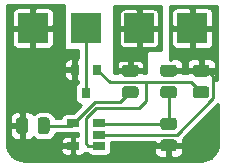
<source format=gbr>
%TF.GenerationSoftware,KiCad,Pcbnew,5.1.7*%
%TF.CreationDate,2020-10-23T20:44:08-04:00*%
%TF.ProjectId,18650_keep_alive,31383635-305f-46b6-9565-705f616c6976,rev?*%
%TF.SameCoordinates,PX84157a0PY3a699d0*%
%TF.FileFunction,Copper,L1,Top*%
%TF.FilePolarity,Positive*%
%FSLAX46Y46*%
G04 Gerber Fmt 4.6, Leading zero omitted, Abs format (unit mm)*
G04 Created by KiCad (PCBNEW 5.1.7) date 2020-10-23 20:44:08*
%MOMM*%
%LPD*%
G01*
G04 APERTURE LIST*
%TA.AperFunction,SMDPad,CuDef*%
%ADD10R,2.500000X2.500000*%
%TD*%
%TA.AperFunction,SMDPad,CuDef*%
%ADD11R,0.800000X0.900000*%
%TD*%
%TA.AperFunction,SMDPad,CuDef*%
%ADD12R,1.060000X0.650000*%
%TD*%
%TA.AperFunction,Conductor*%
%ADD13C,0.250000*%
%TD*%
%TA.AperFunction,Conductor*%
%ADD14C,0.254000*%
%TD*%
%TA.AperFunction,Conductor*%
%ADD15C,0.100000*%
%TD*%
G04 APERTURE END LIST*
D10*
%TO.P,J1,1*%
%TO.N,VCC*%
X-4750000Y-4500000D03*
%TD*%
%TO.P,J2,1*%
%TO.N,+5V*%
X-9250000Y-4500000D03*
%TD*%
%TO.P,J3,1*%
%TO.N,GND*%
X-18250000Y-4500000D03*
%TD*%
%TO.P,J4,1*%
%TO.N,Net-(J4-Pad1)*%
X-13750000Y-4500000D03*
%TD*%
D11*
%TO.P,Q1,1*%
%TO.N,Net-(Q1-Pad1)*%
X-12800000Y-8000000D03*
%TO.P,Q1,2*%
%TO.N,GND*%
X-14700000Y-8000000D03*
%TO.P,Q1,3*%
%TO.N,Net-(J4-Pad1)*%
X-13750000Y-10000000D03*
%TD*%
%TO.P,R1,2*%
%TO.N,VCC*%
%TA.AperFunction,SMDPad,CuDef*%
G36*
G01*
X-6299998Y-8600000D02*
X-7200002Y-8600000D01*
G75*
G02*
X-7450000Y-8350002I0J249998D01*
G01*
X-7450000Y-7824998D01*
G75*
G02*
X-7200002Y-7575000I249998J0D01*
G01*
X-6299998Y-7575000D01*
G75*
G02*
X-6050000Y-7824998I0J-249998D01*
G01*
X-6050000Y-8350002D01*
G75*
G02*
X-6299998Y-8600000I-249998J0D01*
G01*
G37*
%TD.AperFunction*%
%TO.P,R1,1*%
%TO.N,Net-(R1-Pad1)*%
%TA.AperFunction,SMDPad,CuDef*%
G36*
G01*
X-6299998Y-10425000D02*
X-7200002Y-10425000D01*
G75*
G02*
X-7450000Y-10175002I0J249998D01*
G01*
X-7450000Y-9649998D01*
G75*
G02*
X-7200002Y-9400000I249998J0D01*
G01*
X-6299998Y-9400000D01*
G75*
G02*
X-6050000Y-9649998I0J-249998D01*
G01*
X-6050000Y-10175002D01*
G75*
G02*
X-6299998Y-10425000I-249998J0D01*
G01*
G37*
%TD.AperFunction*%
%TD*%
%TO.P,R2,2*%
%TO.N,+5V*%
%TA.AperFunction,SMDPad,CuDef*%
G36*
G01*
X-9549998Y-8600000D02*
X-10450002Y-8600000D01*
G75*
G02*
X-10700000Y-8350002I0J249998D01*
G01*
X-10700000Y-7824998D01*
G75*
G02*
X-10450002Y-7575000I249998J0D01*
G01*
X-9549998Y-7575000D01*
G75*
G02*
X-9300000Y-7824998I0J-249998D01*
G01*
X-9300000Y-8350002D01*
G75*
G02*
X-9549998Y-8600000I-249998J0D01*
G01*
G37*
%TD.AperFunction*%
%TO.P,R2,1*%
%TO.N,Net-(R2-Pad1)*%
%TA.AperFunction,SMDPad,CuDef*%
G36*
G01*
X-9549998Y-10425000D02*
X-10450002Y-10425000D01*
G75*
G02*
X-10700000Y-10175002I0J249998D01*
G01*
X-10700000Y-9649998D01*
G75*
G02*
X-10450002Y-9400000I249998J0D01*
G01*
X-9549998Y-9400000D01*
G75*
G02*
X-9300000Y-9649998I0J-249998D01*
G01*
X-9300000Y-10175002D01*
G75*
G02*
X-9549998Y-10425000I-249998J0D01*
G01*
G37*
%TD.AperFunction*%
%TD*%
%TO.P,R3,1*%
%TO.N,Net-(R1-Pad1)*%
%TA.AperFunction,SMDPad,CuDef*%
G36*
G01*
X-7200002Y-12075000D02*
X-6299998Y-12075000D01*
G75*
G02*
X-6050000Y-12324998I0J-249998D01*
G01*
X-6050000Y-12850002D01*
G75*
G02*
X-6299998Y-13100000I-249998J0D01*
G01*
X-7200002Y-13100000D01*
G75*
G02*
X-7450000Y-12850002I0J249998D01*
G01*
X-7450000Y-12324998D01*
G75*
G02*
X-7200002Y-12075000I249998J0D01*
G01*
G37*
%TD.AperFunction*%
%TO.P,R3,2*%
%TO.N,GND*%
%TA.AperFunction,SMDPad,CuDef*%
G36*
G01*
X-7200002Y-13900000D02*
X-6299998Y-13900000D01*
G75*
G02*
X-6050000Y-14149998I0J-249998D01*
G01*
X-6050000Y-14675002D01*
G75*
G02*
X-6299998Y-14925000I-249998J0D01*
G01*
X-7200002Y-14925000D01*
G75*
G02*
X-7450000Y-14675002I0J249998D01*
G01*
X-7450000Y-14149998D01*
G75*
G02*
X-7200002Y-13900000I249998J0D01*
G01*
G37*
%TD.AperFunction*%
%TD*%
%TO.P,R4,1*%
%TO.N,Net-(R2-Pad1)*%
%TA.AperFunction,SMDPad,CuDef*%
G36*
G01*
X-16825000Y-12299998D02*
X-16825000Y-13200002D01*
G75*
G02*
X-17074998Y-13450000I-249998J0D01*
G01*
X-17600002Y-13450000D01*
G75*
G02*
X-17850000Y-13200002I0J249998D01*
G01*
X-17850000Y-12299998D01*
G75*
G02*
X-17600002Y-12050000I249998J0D01*
G01*
X-17074998Y-12050000D01*
G75*
G02*
X-16825000Y-12299998I0J-249998D01*
G01*
G37*
%TD.AperFunction*%
%TO.P,R4,2*%
%TO.N,GND*%
%TA.AperFunction,SMDPad,CuDef*%
G36*
G01*
X-18650000Y-12299998D02*
X-18650000Y-13200002D01*
G75*
G02*
X-18899998Y-13450000I-249998J0D01*
G01*
X-19425002Y-13450000D01*
G75*
G02*
X-19675000Y-13200002I0J249998D01*
G01*
X-19675000Y-12299998D01*
G75*
G02*
X-19425002Y-12050000I249998J0D01*
G01*
X-18899998Y-12050000D01*
G75*
G02*
X-18650000Y-12299998I0J-249998D01*
G01*
G37*
%TD.AperFunction*%
%TD*%
%TO.P,R5,1*%
%TO.N,VCC*%
%TA.AperFunction,SMDPad,CuDef*%
G36*
G01*
X-4450002Y-7575000D02*
X-3549998Y-7575000D01*
G75*
G02*
X-3300000Y-7824998I0J-249998D01*
G01*
X-3300000Y-8350002D01*
G75*
G02*
X-3549998Y-8600000I-249998J0D01*
G01*
X-4450002Y-8600000D01*
G75*
G02*
X-4700000Y-8350002I0J249998D01*
G01*
X-4700000Y-7824998D01*
G75*
G02*
X-4450002Y-7575000I249998J0D01*
G01*
G37*
%TD.AperFunction*%
%TO.P,R5,2*%
%TO.N,Net-(Q1-Pad1)*%
%TA.AperFunction,SMDPad,CuDef*%
G36*
G01*
X-4450002Y-9400000D02*
X-3549998Y-9400000D01*
G75*
G02*
X-3300000Y-9649998I0J-249998D01*
G01*
X-3300000Y-10175002D01*
G75*
G02*
X-3549998Y-10425000I-249998J0D01*
G01*
X-4450002Y-10425000D01*
G75*
G02*
X-4700000Y-10175002I0J249998D01*
G01*
X-4700000Y-9649998D01*
G75*
G02*
X-4450002Y-9400000I249998J0D01*
G01*
G37*
%TD.AperFunction*%
%TD*%
D12*
%TO.P,U1,1*%
%TO.N,Net-(Q1-Pad1)*%
X-12650000Y-14450000D03*
%TO.P,U1,2*%
%TO.N,VCC*%
X-12650000Y-13500000D03*
%TO.P,U1,3*%
%TO.N,Net-(R1-Pad1)*%
X-12650000Y-12550000D03*
%TO.P,U1,4*%
%TO.N,Net-(R2-Pad1)*%
X-14850000Y-12550000D03*
%TO.P,U1,5*%
%TO.N,GND*%
X-14850000Y-14450000D03*
%TD*%
D13*
%TO.N,VCC*%
X-2974990Y-10413180D02*
X-2974990Y-8525010D01*
X-6061810Y-13500000D02*
X-2974990Y-10413180D01*
X-12650000Y-13500000D02*
X-6061810Y-13500000D01*
X-2974990Y-8525010D02*
X-3500000Y-8000000D01*
X-3500000Y-8000000D02*
X-4000000Y-8000000D01*
%TO.N,Net-(J4-Pad1)*%
X-13750000Y-10000000D02*
X-13750000Y-4750000D01*
%TO.N,Net-(Q1-Pad1)*%
X-12800000Y-8000000D02*
X-11725010Y-9074990D01*
X-12650000Y-14450000D02*
X-13550000Y-14450000D01*
X-13550000Y-14450000D02*
X-13750000Y-14250000D01*
X-13750000Y-14250000D02*
X-13750000Y-12136410D01*
X-13750000Y-12136410D02*
X-12863590Y-11250000D01*
X-12863590Y-11250000D02*
X-9250000Y-11250000D01*
X-9250000Y-11250000D02*
X-8675010Y-10675010D01*
X-8675010Y-10675010D02*
X-8675010Y-9074990D01*
X-11725010Y-9074990D02*
X-8675010Y-9074990D01*
X-4837510Y-9074990D02*
X-8675010Y-9074990D01*
X-4000000Y-9912500D02*
X-4837510Y-9074990D01*
%TO.N,Net-(R1-Pad1)*%
X-6750000Y-12587500D02*
X-12412500Y-12587500D01*
X-6750000Y-12587500D02*
X-6750000Y-9750000D01*
%TO.N,Net-(R2-Pad1)*%
X-17337500Y-12750000D02*
X-15000000Y-12750000D01*
X-15000000Y-12750000D02*
X-14750000Y-12500000D01*
X-10862501Y-10775001D02*
X-13025001Y-10775001D01*
X-10000000Y-9912500D02*
X-10862501Y-10775001D01*
X-13025001Y-10775001D02*
X-14750000Y-12500000D01*
%TD*%
D14*
%TO.N,GND*%
X-15627000Y-6250000D02*
X-15624560Y-6274776D01*
X-15617333Y-6298601D01*
X-15605597Y-6320557D01*
X-15589803Y-6339803D01*
X-15570557Y-6355597D01*
X-15548601Y-6367333D01*
X-15524776Y-6374560D01*
X-15500000Y-6377000D01*
X-14401999Y-6377000D01*
X-14401999Y-7022241D01*
X-14445250Y-7023000D01*
X-14577000Y-7154750D01*
X-14577000Y-7877000D01*
X-14557000Y-7877000D01*
X-14557000Y-8123000D01*
X-14577000Y-8123000D01*
X-14577000Y-8845250D01*
X-14445250Y-8977000D01*
X-14402000Y-8977759D01*
X-14402000Y-9087139D01*
X-14444202Y-9109696D01*
X-14524448Y-9175552D01*
X-14590304Y-9255798D01*
X-14639239Y-9347350D01*
X-14669374Y-9446690D01*
X-14679549Y-9550000D01*
X-14679549Y-10450000D01*
X-14669374Y-10553310D01*
X-14639239Y-10652650D01*
X-14590304Y-10744202D01*
X-14524448Y-10824448D01*
X-14444202Y-10890304D01*
X-14352650Y-10939239D01*
X-14253310Y-10969374D01*
X-14151471Y-10979404D01*
X-14867517Y-11695451D01*
X-15380000Y-11695451D01*
X-15483310Y-11705626D01*
X-15582650Y-11735761D01*
X-15674202Y-11784696D01*
X-15754448Y-11850552D01*
X-15820304Y-11930798D01*
X-15869239Y-12022350D01*
X-15892188Y-12098000D01*
X-16325572Y-12098000D01*
X-16354790Y-12001678D01*
X-16426828Y-11866905D01*
X-16523775Y-11748775D01*
X-16641905Y-11651828D01*
X-16776678Y-11579790D01*
X-16922916Y-11535430D01*
X-17074998Y-11520451D01*
X-17600002Y-11520451D01*
X-17752084Y-11535430D01*
X-17898322Y-11579790D01*
X-18033095Y-11651828D01*
X-18151225Y-11748775D01*
X-18188907Y-11794690D01*
X-18209695Y-11755798D01*
X-18275552Y-11675552D01*
X-18355798Y-11609695D01*
X-18447350Y-11560760D01*
X-18546690Y-11530625D01*
X-18650000Y-11520450D01*
X-18907750Y-11523000D01*
X-19039500Y-11654750D01*
X-19039500Y-12627000D01*
X-19019500Y-12627000D01*
X-19019500Y-12873000D01*
X-19039500Y-12873000D01*
X-19039500Y-13845250D01*
X-18907750Y-13977000D01*
X-18650000Y-13979550D01*
X-18546690Y-13969375D01*
X-18447350Y-13939240D01*
X-18355798Y-13890305D01*
X-18275552Y-13824448D01*
X-18209695Y-13744202D01*
X-18188907Y-13705310D01*
X-18151225Y-13751225D01*
X-18033095Y-13848172D01*
X-17898322Y-13920210D01*
X-17752084Y-13964570D01*
X-17600002Y-13979549D01*
X-17074998Y-13979549D01*
X-16922916Y-13964570D01*
X-16776678Y-13920210D01*
X-16641905Y-13848172D01*
X-16523775Y-13751225D01*
X-16426828Y-13633095D01*
X-16354790Y-13498322D01*
X-16325572Y-13402000D01*
X-15405881Y-13402000D01*
X-15380000Y-13404549D01*
X-15006142Y-13404549D01*
X-15000000Y-13405154D01*
X-14993858Y-13404549D01*
X-14402000Y-13404549D01*
X-14402000Y-13596210D01*
X-14595250Y-13598000D01*
X-14727000Y-13729750D01*
X-14727000Y-14327000D01*
X-14707000Y-14327000D01*
X-14707000Y-14573000D01*
X-14727000Y-14573000D01*
X-14727000Y-15170250D01*
X-14595250Y-15302000D01*
X-14320000Y-15304550D01*
X-14216690Y-15294375D01*
X-14117350Y-15264240D01*
X-14025798Y-15215305D01*
X-13945552Y-15149448D01*
X-13879695Y-15069202D01*
X-13856359Y-15025542D01*
X-13800717Y-15055283D01*
X-13719483Y-15079925D01*
X-13677815Y-15092565D01*
X-13594387Y-15100782D01*
X-13554448Y-15149448D01*
X-13474202Y-15215304D01*
X-13382650Y-15264239D01*
X-13283310Y-15294374D01*
X-13180000Y-15304549D01*
X-12120000Y-15304549D01*
X-12016690Y-15294374D01*
X-11917350Y-15264239D01*
X-11825798Y-15215304D01*
X-11745552Y-15149448D01*
X-11679696Y-15069202D01*
X-11630761Y-14977650D01*
X-11614790Y-14925000D01*
X-7979550Y-14925000D01*
X-7969375Y-15028310D01*
X-7939240Y-15127650D01*
X-7890305Y-15219202D01*
X-7824448Y-15299448D01*
X-7744202Y-15365305D01*
X-7652650Y-15414240D01*
X-7553310Y-15444375D01*
X-7450000Y-15454550D01*
X-7004750Y-15452000D01*
X-6873000Y-15320250D01*
X-6873000Y-14535500D01*
X-6627000Y-14535500D01*
X-6627000Y-15320250D01*
X-6495250Y-15452000D01*
X-6050000Y-15454550D01*
X-5946690Y-15444375D01*
X-5847350Y-15414240D01*
X-5755798Y-15365305D01*
X-5675552Y-15299448D01*
X-5609695Y-15219202D01*
X-5560760Y-15127650D01*
X-5530625Y-15028310D01*
X-5520450Y-14925000D01*
X-5523000Y-14667250D01*
X-5654750Y-14535500D01*
X-6627000Y-14535500D01*
X-6873000Y-14535500D01*
X-7845250Y-14535500D01*
X-7977000Y-14667250D01*
X-7979550Y-14925000D01*
X-11614790Y-14925000D01*
X-11600626Y-14878310D01*
X-11590451Y-14775000D01*
X-11590451Y-14152000D01*
X-7977057Y-14152000D01*
X-7977000Y-14157750D01*
X-7845250Y-14289500D01*
X-6873000Y-14289500D01*
X-6873000Y-14269500D01*
X-6627000Y-14269500D01*
X-6627000Y-14289500D01*
X-5654750Y-14289500D01*
X-5523000Y-14157750D01*
X-5520450Y-13900000D01*
X-5522180Y-13882436D01*
X-2551999Y-10912256D01*
X-2551999Y-14222997D01*
X-2582173Y-14530733D01*
X-2663703Y-14800778D01*
X-2796137Y-15049848D01*
X-2974418Y-15268442D01*
X-3191772Y-15448254D01*
X-3439900Y-15582416D01*
X-3709374Y-15665832D01*
X-4015432Y-15698000D01*
X-18973008Y-15698000D01*
X-19280733Y-15667827D01*
X-19550778Y-15586297D01*
X-19799848Y-15453863D01*
X-20018442Y-15275582D01*
X-20198254Y-15058228D01*
X-20332416Y-14810100D01*
X-20343281Y-14775000D01*
X-15909550Y-14775000D01*
X-15899375Y-14878310D01*
X-15869240Y-14977650D01*
X-15820305Y-15069202D01*
X-15754448Y-15149448D01*
X-15674202Y-15215305D01*
X-15582650Y-15264240D01*
X-15483310Y-15294375D01*
X-15380000Y-15304550D01*
X-15104750Y-15302000D01*
X-14973000Y-15170250D01*
X-14973000Y-14573000D01*
X-15775250Y-14573000D01*
X-15907000Y-14704750D01*
X-15909550Y-14775000D01*
X-20343281Y-14775000D01*
X-20415832Y-14540626D01*
X-20448000Y-14234568D01*
X-20448000Y-14125000D01*
X-15909550Y-14125000D01*
X-15907000Y-14195250D01*
X-15775250Y-14327000D01*
X-14973000Y-14327000D01*
X-14973000Y-13729750D01*
X-15104750Y-13598000D01*
X-15380000Y-13595450D01*
X-15483310Y-13605625D01*
X-15582650Y-13635760D01*
X-15674202Y-13684695D01*
X-15754448Y-13750552D01*
X-15820305Y-13830798D01*
X-15869240Y-13922350D01*
X-15899375Y-14021690D01*
X-15909550Y-14125000D01*
X-20448000Y-14125000D01*
X-20448000Y-13450000D01*
X-20204550Y-13450000D01*
X-20194375Y-13553310D01*
X-20164240Y-13652650D01*
X-20115305Y-13744202D01*
X-20049448Y-13824448D01*
X-19969202Y-13890305D01*
X-19877650Y-13939240D01*
X-19778310Y-13969375D01*
X-19675000Y-13979550D01*
X-19417250Y-13977000D01*
X-19285500Y-13845250D01*
X-19285500Y-12873000D01*
X-20070250Y-12873000D01*
X-20202000Y-13004750D01*
X-20204550Y-13450000D01*
X-20448000Y-13450000D01*
X-20448000Y-12050000D01*
X-20204550Y-12050000D01*
X-20202000Y-12495250D01*
X-20070250Y-12627000D01*
X-19285500Y-12627000D01*
X-19285500Y-11654750D01*
X-19417250Y-11523000D01*
X-19675000Y-11520450D01*
X-19778310Y-11530625D01*
X-19877650Y-11560760D01*
X-19969202Y-11609695D01*
X-20049448Y-11675552D01*
X-20115305Y-11755798D01*
X-20164240Y-11847350D01*
X-20194375Y-11946690D01*
X-20204550Y-12050000D01*
X-20448000Y-12050000D01*
X-20448000Y-8450000D01*
X-15629550Y-8450000D01*
X-15619375Y-8553310D01*
X-15589240Y-8652650D01*
X-15540305Y-8744202D01*
X-15474448Y-8824448D01*
X-15394202Y-8890305D01*
X-15302650Y-8939240D01*
X-15203310Y-8969375D01*
X-15100000Y-8979550D01*
X-14954750Y-8977000D01*
X-14823000Y-8845250D01*
X-14823000Y-8123000D01*
X-15495250Y-8123000D01*
X-15627000Y-8254750D01*
X-15629550Y-8450000D01*
X-20448000Y-8450000D01*
X-20448000Y-7550000D01*
X-15629550Y-7550000D01*
X-15627000Y-7745250D01*
X-15495250Y-7877000D01*
X-14823000Y-7877000D01*
X-14823000Y-7154750D01*
X-14954750Y-7023000D01*
X-15100000Y-7020450D01*
X-15203310Y-7030625D01*
X-15302650Y-7060760D01*
X-15394202Y-7109695D01*
X-15474448Y-7175552D01*
X-15540305Y-7255798D01*
X-15589240Y-7347350D01*
X-15619375Y-7446690D01*
X-15629550Y-7550000D01*
X-20448000Y-7550000D01*
X-20448000Y-5750000D01*
X-20029550Y-5750000D01*
X-20019375Y-5853310D01*
X-19989240Y-5952650D01*
X-19940305Y-6044202D01*
X-19874448Y-6124448D01*
X-19794202Y-6190305D01*
X-19702650Y-6239240D01*
X-19603310Y-6269375D01*
X-19500000Y-6279550D01*
X-18504750Y-6277000D01*
X-18373000Y-6145250D01*
X-18373000Y-4623000D01*
X-18127000Y-4623000D01*
X-18127000Y-6145250D01*
X-17995250Y-6277000D01*
X-17000000Y-6279550D01*
X-16896690Y-6269375D01*
X-16797350Y-6239240D01*
X-16705798Y-6190305D01*
X-16625552Y-6124448D01*
X-16559695Y-6044202D01*
X-16510760Y-5952650D01*
X-16480625Y-5853310D01*
X-16470450Y-5750000D01*
X-16473000Y-4754750D01*
X-16604750Y-4623000D01*
X-18127000Y-4623000D01*
X-18373000Y-4623000D01*
X-19895250Y-4623000D01*
X-20027000Y-4754750D01*
X-20029550Y-5750000D01*
X-20448000Y-5750000D01*
X-20448000Y-3250000D01*
X-20029550Y-3250000D01*
X-20027000Y-4245250D01*
X-19895250Y-4377000D01*
X-18373000Y-4377000D01*
X-18373000Y-2854750D01*
X-18127000Y-2854750D01*
X-18127000Y-4377000D01*
X-16604750Y-4377000D01*
X-16473000Y-4245250D01*
X-16470450Y-3250000D01*
X-16480625Y-3146690D01*
X-16510760Y-3047350D01*
X-16559695Y-2955798D01*
X-16625552Y-2875552D01*
X-16705798Y-2809695D01*
X-16797350Y-2760760D01*
X-16896690Y-2730625D01*
X-17000000Y-2720450D01*
X-17995250Y-2723000D01*
X-18127000Y-2854750D01*
X-18373000Y-2854750D01*
X-18504750Y-2723000D01*
X-19500000Y-2720450D01*
X-19603310Y-2730625D01*
X-19702650Y-2760760D01*
X-19794202Y-2809695D01*
X-19874448Y-2875552D01*
X-19940305Y-2955798D01*
X-19989240Y-3047350D01*
X-20019375Y-3146690D01*
X-20029550Y-3250000D01*
X-20448000Y-3250000D01*
X-20448000Y-2552000D01*
X-15627000Y-2552000D01*
X-15627000Y-6250000D01*
%TA.AperFunction,Conductor*%
D15*
G36*
X-15627000Y-6250000D02*
G01*
X-15624560Y-6274776D01*
X-15617333Y-6298601D01*
X-15605597Y-6320557D01*
X-15589803Y-6339803D01*
X-15570557Y-6355597D01*
X-15548601Y-6367333D01*
X-15524776Y-6374560D01*
X-15500000Y-6377000D01*
X-14401999Y-6377000D01*
X-14401999Y-7022241D01*
X-14445250Y-7023000D01*
X-14577000Y-7154750D01*
X-14577000Y-7877000D01*
X-14557000Y-7877000D01*
X-14557000Y-8123000D01*
X-14577000Y-8123000D01*
X-14577000Y-8845250D01*
X-14445250Y-8977000D01*
X-14402000Y-8977759D01*
X-14402000Y-9087139D01*
X-14444202Y-9109696D01*
X-14524448Y-9175552D01*
X-14590304Y-9255798D01*
X-14639239Y-9347350D01*
X-14669374Y-9446690D01*
X-14679549Y-9550000D01*
X-14679549Y-10450000D01*
X-14669374Y-10553310D01*
X-14639239Y-10652650D01*
X-14590304Y-10744202D01*
X-14524448Y-10824448D01*
X-14444202Y-10890304D01*
X-14352650Y-10939239D01*
X-14253310Y-10969374D01*
X-14151471Y-10979404D01*
X-14867517Y-11695451D01*
X-15380000Y-11695451D01*
X-15483310Y-11705626D01*
X-15582650Y-11735761D01*
X-15674202Y-11784696D01*
X-15754448Y-11850552D01*
X-15820304Y-11930798D01*
X-15869239Y-12022350D01*
X-15892188Y-12098000D01*
X-16325572Y-12098000D01*
X-16354790Y-12001678D01*
X-16426828Y-11866905D01*
X-16523775Y-11748775D01*
X-16641905Y-11651828D01*
X-16776678Y-11579790D01*
X-16922916Y-11535430D01*
X-17074998Y-11520451D01*
X-17600002Y-11520451D01*
X-17752084Y-11535430D01*
X-17898322Y-11579790D01*
X-18033095Y-11651828D01*
X-18151225Y-11748775D01*
X-18188907Y-11794690D01*
X-18209695Y-11755798D01*
X-18275552Y-11675552D01*
X-18355798Y-11609695D01*
X-18447350Y-11560760D01*
X-18546690Y-11530625D01*
X-18650000Y-11520450D01*
X-18907750Y-11523000D01*
X-19039500Y-11654750D01*
X-19039500Y-12627000D01*
X-19019500Y-12627000D01*
X-19019500Y-12873000D01*
X-19039500Y-12873000D01*
X-19039500Y-13845250D01*
X-18907750Y-13977000D01*
X-18650000Y-13979550D01*
X-18546690Y-13969375D01*
X-18447350Y-13939240D01*
X-18355798Y-13890305D01*
X-18275552Y-13824448D01*
X-18209695Y-13744202D01*
X-18188907Y-13705310D01*
X-18151225Y-13751225D01*
X-18033095Y-13848172D01*
X-17898322Y-13920210D01*
X-17752084Y-13964570D01*
X-17600002Y-13979549D01*
X-17074998Y-13979549D01*
X-16922916Y-13964570D01*
X-16776678Y-13920210D01*
X-16641905Y-13848172D01*
X-16523775Y-13751225D01*
X-16426828Y-13633095D01*
X-16354790Y-13498322D01*
X-16325572Y-13402000D01*
X-15405881Y-13402000D01*
X-15380000Y-13404549D01*
X-15006142Y-13404549D01*
X-15000000Y-13405154D01*
X-14993858Y-13404549D01*
X-14402000Y-13404549D01*
X-14402000Y-13596210D01*
X-14595250Y-13598000D01*
X-14727000Y-13729750D01*
X-14727000Y-14327000D01*
X-14707000Y-14327000D01*
X-14707000Y-14573000D01*
X-14727000Y-14573000D01*
X-14727000Y-15170250D01*
X-14595250Y-15302000D01*
X-14320000Y-15304550D01*
X-14216690Y-15294375D01*
X-14117350Y-15264240D01*
X-14025798Y-15215305D01*
X-13945552Y-15149448D01*
X-13879695Y-15069202D01*
X-13856359Y-15025542D01*
X-13800717Y-15055283D01*
X-13719483Y-15079925D01*
X-13677815Y-15092565D01*
X-13594387Y-15100782D01*
X-13554448Y-15149448D01*
X-13474202Y-15215304D01*
X-13382650Y-15264239D01*
X-13283310Y-15294374D01*
X-13180000Y-15304549D01*
X-12120000Y-15304549D01*
X-12016690Y-15294374D01*
X-11917350Y-15264239D01*
X-11825798Y-15215304D01*
X-11745552Y-15149448D01*
X-11679696Y-15069202D01*
X-11630761Y-14977650D01*
X-11614790Y-14925000D01*
X-7979550Y-14925000D01*
X-7969375Y-15028310D01*
X-7939240Y-15127650D01*
X-7890305Y-15219202D01*
X-7824448Y-15299448D01*
X-7744202Y-15365305D01*
X-7652650Y-15414240D01*
X-7553310Y-15444375D01*
X-7450000Y-15454550D01*
X-7004750Y-15452000D01*
X-6873000Y-15320250D01*
X-6873000Y-14535500D01*
X-6627000Y-14535500D01*
X-6627000Y-15320250D01*
X-6495250Y-15452000D01*
X-6050000Y-15454550D01*
X-5946690Y-15444375D01*
X-5847350Y-15414240D01*
X-5755798Y-15365305D01*
X-5675552Y-15299448D01*
X-5609695Y-15219202D01*
X-5560760Y-15127650D01*
X-5530625Y-15028310D01*
X-5520450Y-14925000D01*
X-5523000Y-14667250D01*
X-5654750Y-14535500D01*
X-6627000Y-14535500D01*
X-6873000Y-14535500D01*
X-7845250Y-14535500D01*
X-7977000Y-14667250D01*
X-7979550Y-14925000D01*
X-11614790Y-14925000D01*
X-11600626Y-14878310D01*
X-11590451Y-14775000D01*
X-11590451Y-14152000D01*
X-7977057Y-14152000D01*
X-7977000Y-14157750D01*
X-7845250Y-14289500D01*
X-6873000Y-14289500D01*
X-6873000Y-14269500D01*
X-6627000Y-14269500D01*
X-6627000Y-14289500D01*
X-5654750Y-14289500D01*
X-5523000Y-14157750D01*
X-5520450Y-13900000D01*
X-5522180Y-13882436D01*
X-2551999Y-10912256D01*
X-2551999Y-14222997D01*
X-2582173Y-14530733D01*
X-2663703Y-14800778D01*
X-2796137Y-15049848D01*
X-2974418Y-15268442D01*
X-3191772Y-15448254D01*
X-3439900Y-15582416D01*
X-3709374Y-15665832D01*
X-4015432Y-15698000D01*
X-18973008Y-15698000D01*
X-19280733Y-15667827D01*
X-19550778Y-15586297D01*
X-19799848Y-15453863D01*
X-20018442Y-15275582D01*
X-20198254Y-15058228D01*
X-20332416Y-14810100D01*
X-20343281Y-14775000D01*
X-15909550Y-14775000D01*
X-15899375Y-14878310D01*
X-15869240Y-14977650D01*
X-15820305Y-15069202D01*
X-15754448Y-15149448D01*
X-15674202Y-15215305D01*
X-15582650Y-15264240D01*
X-15483310Y-15294375D01*
X-15380000Y-15304550D01*
X-15104750Y-15302000D01*
X-14973000Y-15170250D01*
X-14973000Y-14573000D01*
X-15775250Y-14573000D01*
X-15907000Y-14704750D01*
X-15909550Y-14775000D01*
X-20343281Y-14775000D01*
X-20415832Y-14540626D01*
X-20448000Y-14234568D01*
X-20448000Y-14125000D01*
X-15909550Y-14125000D01*
X-15907000Y-14195250D01*
X-15775250Y-14327000D01*
X-14973000Y-14327000D01*
X-14973000Y-13729750D01*
X-15104750Y-13598000D01*
X-15380000Y-13595450D01*
X-15483310Y-13605625D01*
X-15582650Y-13635760D01*
X-15674202Y-13684695D01*
X-15754448Y-13750552D01*
X-15820305Y-13830798D01*
X-15869240Y-13922350D01*
X-15899375Y-14021690D01*
X-15909550Y-14125000D01*
X-20448000Y-14125000D01*
X-20448000Y-13450000D01*
X-20204550Y-13450000D01*
X-20194375Y-13553310D01*
X-20164240Y-13652650D01*
X-20115305Y-13744202D01*
X-20049448Y-13824448D01*
X-19969202Y-13890305D01*
X-19877650Y-13939240D01*
X-19778310Y-13969375D01*
X-19675000Y-13979550D01*
X-19417250Y-13977000D01*
X-19285500Y-13845250D01*
X-19285500Y-12873000D01*
X-20070250Y-12873000D01*
X-20202000Y-13004750D01*
X-20204550Y-13450000D01*
X-20448000Y-13450000D01*
X-20448000Y-12050000D01*
X-20204550Y-12050000D01*
X-20202000Y-12495250D01*
X-20070250Y-12627000D01*
X-19285500Y-12627000D01*
X-19285500Y-11654750D01*
X-19417250Y-11523000D01*
X-19675000Y-11520450D01*
X-19778310Y-11530625D01*
X-19877650Y-11560760D01*
X-19969202Y-11609695D01*
X-20049448Y-11675552D01*
X-20115305Y-11755798D01*
X-20164240Y-11847350D01*
X-20194375Y-11946690D01*
X-20204550Y-12050000D01*
X-20448000Y-12050000D01*
X-20448000Y-8450000D01*
X-15629550Y-8450000D01*
X-15619375Y-8553310D01*
X-15589240Y-8652650D01*
X-15540305Y-8744202D01*
X-15474448Y-8824448D01*
X-15394202Y-8890305D01*
X-15302650Y-8939240D01*
X-15203310Y-8969375D01*
X-15100000Y-8979550D01*
X-14954750Y-8977000D01*
X-14823000Y-8845250D01*
X-14823000Y-8123000D01*
X-15495250Y-8123000D01*
X-15627000Y-8254750D01*
X-15629550Y-8450000D01*
X-20448000Y-8450000D01*
X-20448000Y-7550000D01*
X-15629550Y-7550000D01*
X-15627000Y-7745250D01*
X-15495250Y-7877000D01*
X-14823000Y-7877000D01*
X-14823000Y-7154750D01*
X-14954750Y-7023000D01*
X-15100000Y-7020450D01*
X-15203310Y-7030625D01*
X-15302650Y-7060760D01*
X-15394202Y-7109695D01*
X-15474448Y-7175552D01*
X-15540305Y-7255798D01*
X-15589240Y-7347350D01*
X-15619375Y-7446690D01*
X-15629550Y-7550000D01*
X-20448000Y-7550000D01*
X-20448000Y-5750000D01*
X-20029550Y-5750000D01*
X-20019375Y-5853310D01*
X-19989240Y-5952650D01*
X-19940305Y-6044202D01*
X-19874448Y-6124448D01*
X-19794202Y-6190305D01*
X-19702650Y-6239240D01*
X-19603310Y-6269375D01*
X-19500000Y-6279550D01*
X-18504750Y-6277000D01*
X-18373000Y-6145250D01*
X-18373000Y-4623000D01*
X-18127000Y-4623000D01*
X-18127000Y-6145250D01*
X-17995250Y-6277000D01*
X-17000000Y-6279550D01*
X-16896690Y-6269375D01*
X-16797350Y-6239240D01*
X-16705798Y-6190305D01*
X-16625552Y-6124448D01*
X-16559695Y-6044202D01*
X-16510760Y-5952650D01*
X-16480625Y-5853310D01*
X-16470450Y-5750000D01*
X-16473000Y-4754750D01*
X-16604750Y-4623000D01*
X-18127000Y-4623000D01*
X-18373000Y-4623000D01*
X-19895250Y-4623000D01*
X-20027000Y-4754750D01*
X-20029550Y-5750000D01*
X-20448000Y-5750000D01*
X-20448000Y-3250000D01*
X-20029550Y-3250000D01*
X-20027000Y-4245250D01*
X-19895250Y-4377000D01*
X-18373000Y-4377000D01*
X-18373000Y-2854750D01*
X-18127000Y-2854750D01*
X-18127000Y-4377000D01*
X-16604750Y-4377000D01*
X-16473000Y-4245250D01*
X-16470450Y-3250000D01*
X-16480625Y-3146690D01*
X-16510760Y-3047350D01*
X-16559695Y-2955798D01*
X-16625552Y-2875552D01*
X-16705798Y-2809695D01*
X-16797350Y-2760760D01*
X-16896690Y-2730625D01*
X-17000000Y-2720450D01*
X-17995250Y-2723000D01*
X-18127000Y-2854750D01*
X-18373000Y-2854750D01*
X-18504750Y-2723000D01*
X-19500000Y-2720450D01*
X-19603310Y-2730625D01*
X-19702650Y-2760760D01*
X-19794202Y-2809695D01*
X-19874448Y-2875552D01*
X-19940305Y-2955798D01*
X-19989240Y-3047350D01*
X-20019375Y-3146690D01*
X-20029550Y-3250000D01*
X-20448000Y-3250000D01*
X-20448000Y-2552000D01*
X-15627000Y-2552000D01*
X-15627000Y-6250000D01*
G37*
%TD.AperFunction*%
%TD*%
D14*
%TO.N,VCC*%
X-2651999Y-8873000D02*
X-2848362Y-8873000D01*
X-2810760Y-8802650D01*
X-2780625Y-8703310D01*
X-2770450Y-8600000D01*
X-2773000Y-8342250D01*
X-2904750Y-8210500D01*
X-3877000Y-8210500D01*
X-3877000Y-8230500D01*
X-4123000Y-8230500D01*
X-4123000Y-8210500D01*
X-5095250Y-8210500D01*
X-5207740Y-8322990D01*
X-5542260Y-8322990D01*
X-5654750Y-8210500D01*
X-6627000Y-8210500D01*
X-6627000Y-8230500D01*
X-6873000Y-8230500D01*
X-6873000Y-8210500D01*
X-6893000Y-8210500D01*
X-6893000Y-7964500D01*
X-6873000Y-7964500D01*
X-6873000Y-7944500D01*
X-6627000Y-7944500D01*
X-6627000Y-7964500D01*
X-5654750Y-7964500D01*
X-5523000Y-7832750D01*
X-5520450Y-7575000D01*
X-5229550Y-7575000D01*
X-5227000Y-7832750D01*
X-5095250Y-7964500D01*
X-4123000Y-7964500D01*
X-4123000Y-7179750D01*
X-3877000Y-7179750D01*
X-3877000Y-7964500D01*
X-2904750Y-7964500D01*
X-2773000Y-7832750D01*
X-2770450Y-7575000D01*
X-2780625Y-7471690D01*
X-2810760Y-7372350D01*
X-2859695Y-7280798D01*
X-2925552Y-7200552D01*
X-3005798Y-7134695D01*
X-3097350Y-7085760D01*
X-3196690Y-7055625D01*
X-3300000Y-7045450D01*
X-3745250Y-7048000D01*
X-3877000Y-7179750D01*
X-4123000Y-7179750D01*
X-4254750Y-7048000D01*
X-4700000Y-7045450D01*
X-4803310Y-7055625D01*
X-4902650Y-7085760D01*
X-4994202Y-7134695D01*
X-5074448Y-7200552D01*
X-5140305Y-7280798D01*
X-5189240Y-7372350D01*
X-5219375Y-7471690D01*
X-5229550Y-7575000D01*
X-5520450Y-7575000D01*
X-5530625Y-7471690D01*
X-5560760Y-7372350D01*
X-5609695Y-7280798D01*
X-5675552Y-7200552D01*
X-5755798Y-7134695D01*
X-5847350Y-7085760D01*
X-5946690Y-7055625D01*
X-6050000Y-7045450D01*
X-6495250Y-7048000D01*
X-6623000Y-7175750D01*
X-6623000Y-5750000D01*
X-6529550Y-5750000D01*
X-6519375Y-5853310D01*
X-6489240Y-5952650D01*
X-6440305Y-6044202D01*
X-6374448Y-6124448D01*
X-6294202Y-6190305D01*
X-6202650Y-6239240D01*
X-6103310Y-6269375D01*
X-6000000Y-6279550D01*
X-5004750Y-6277000D01*
X-4873000Y-6145250D01*
X-4873000Y-4623000D01*
X-4627000Y-4623000D01*
X-4627000Y-6145250D01*
X-4495250Y-6277000D01*
X-3500000Y-6279550D01*
X-3396690Y-6269375D01*
X-3297350Y-6239240D01*
X-3205798Y-6190305D01*
X-3125552Y-6124448D01*
X-3059695Y-6044202D01*
X-3010760Y-5952650D01*
X-2980625Y-5853310D01*
X-2970450Y-5750000D01*
X-2973000Y-4754750D01*
X-3104750Y-4623000D01*
X-4627000Y-4623000D01*
X-4873000Y-4623000D01*
X-6395250Y-4623000D01*
X-6527000Y-4754750D01*
X-6529550Y-5750000D01*
X-6623000Y-5750000D01*
X-6623000Y-3250000D01*
X-6529550Y-3250000D01*
X-6527000Y-4245250D01*
X-6395250Y-4377000D01*
X-4873000Y-4377000D01*
X-4873000Y-2854750D01*
X-4627000Y-2854750D01*
X-4627000Y-4377000D01*
X-3104750Y-4377000D01*
X-2973000Y-4245250D01*
X-2970450Y-3250000D01*
X-2980625Y-3146690D01*
X-3010760Y-3047350D01*
X-3059695Y-2955798D01*
X-3125552Y-2875552D01*
X-3205798Y-2809695D01*
X-3297350Y-2760760D01*
X-3396690Y-2730625D01*
X-3500000Y-2720450D01*
X-4495250Y-2723000D01*
X-4627000Y-2854750D01*
X-4873000Y-2854750D01*
X-5004750Y-2723000D01*
X-6000000Y-2720450D01*
X-6103310Y-2730625D01*
X-6202650Y-2760760D01*
X-6294202Y-2809695D01*
X-6374448Y-2875552D01*
X-6440305Y-2955798D01*
X-6489240Y-3047350D01*
X-6519375Y-3146690D01*
X-6529550Y-3250000D01*
X-6623000Y-3250000D01*
X-6623000Y-2652000D01*
X-2652000Y-2652000D01*
X-2651999Y-8873000D01*
%TA.AperFunction,Conductor*%
D15*
G36*
X-2651999Y-8873000D02*
G01*
X-2848362Y-8873000D01*
X-2810760Y-8802650D01*
X-2780625Y-8703310D01*
X-2770450Y-8600000D01*
X-2773000Y-8342250D01*
X-2904750Y-8210500D01*
X-3877000Y-8210500D01*
X-3877000Y-8230500D01*
X-4123000Y-8230500D01*
X-4123000Y-8210500D01*
X-5095250Y-8210500D01*
X-5207740Y-8322990D01*
X-5542260Y-8322990D01*
X-5654750Y-8210500D01*
X-6627000Y-8210500D01*
X-6627000Y-8230500D01*
X-6873000Y-8230500D01*
X-6873000Y-8210500D01*
X-6893000Y-8210500D01*
X-6893000Y-7964500D01*
X-6873000Y-7964500D01*
X-6873000Y-7944500D01*
X-6627000Y-7944500D01*
X-6627000Y-7964500D01*
X-5654750Y-7964500D01*
X-5523000Y-7832750D01*
X-5520450Y-7575000D01*
X-5229550Y-7575000D01*
X-5227000Y-7832750D01*
X-5095250Y-7964500D01*
X-4123000Y-7964500D01*
X-4123000Y-7179750D01*
X-3877000Y-7179750D01*
X-3877000Y-7964500D01*
X-2904750Y-7964500D01*
X-2773000Y-7832750D01*
X-2770450Y-7575000D01*
X-2780625Y-7471690D01*
X-2810760Y-7372350D01*
X-2859695Y-7280798D01*
X-2925552Y-7200552D01*
X-3005798Y-7134695D01*
X-3097350Y-7085760D01*
X-3196690Y-7055625D01*
X-3300000Y-7045450D01*
X-3745250Y-7048000D01*
X-3877000Y-7179750D01*
X-4123000Y-7179750D01*
X-4254750Y-7048000D01*
X-4700000Y-7045450D01*
X-4803310Y-7055625D01*
X-4902650Y-7085760D01*
X-4994202Y-7134695D01*
X-5074448Y-7200552D01*
X-5140305Y-7280798D01*
X-5189240Y-7372350D01*
X-5219375Y-7471690D01*
X-5229550Y-7575000D01*
X-5520450Y-7575000D01*
X-5530625Y-7471690D01*
X-5560760Y-7372350D01*
X-5609695Y-7280798D01*
X-5675552Y-7200552D01*
X-5755798Y-7134695D01*
X-5847350Y-7085760D01*
X-5946690Y-7055625D01*
X-6050000Y-7045450D01*
X-6495250Y-7048000D01*
X-6623000Y-7175750D01*
X-6623000Y-5750000D01*
X-6529550Y-5750000D01*
X-6519375Y-5853310D01*
X-6489240Y-5952650D01*
X-6440305Y-6044202D01*
X-6374448Y-6124448D01*
X-6294202Y-6190305D01*
X-6202650Y-6239240D01*
X-6103310Y-6269375D01*
X-6000000Y-6279550D01*
X-5004750Y-6277000D01*
X-4873000Y-6145250D01*
X-4873000Y-4623000D01*
X-4627000Y-4623000D01*
X-4627000Y-6145250D01*
X-4495250Y-6277000D01*
X-3500000Y-6279550D01*
X-3396690Y-6269375D01*
X-3297350Y-6239240D01*
X-3205798Y-6190305D01*
X-3125552Y-6124448D01*
X-3059695Y-6044202D01*
X-3010760Y-5952650D01*
X-2980625Y-5853310D01*
X-2970450Y-5750000D01*
X-2973000Y-4754750D01*
X-3104750Y-4623000D01*
X-4627000Y-4623000D01*
X-4873000Y-4623000D01*
X-6395250Y-4623000D01*
X-6527000Y-4754750D01*
X-6529550Y-5750000D01*
X-6623000Y-5750000D01*
X-6623000Y-3250000D01*
X-6529550Y-3250000D01*
X-6527000Y-4245250D01*
X-6395250Y-4377000D01*
X-4873000Y-4377000D01*
X-4873000Y-2854750D01*
X-4627000Y-2854750D01*
X-4627000Y-4377000D01*
X-3104750Y-4377000D01*
X-2973000Y-4245250D01*
X-2970450Y-3250000D01*
X-2980625Y-3146690D01*
X-3010760Y-3047350D01*
X-3059695Y-2955798D01*
X-3125552Y-2875552D01*
X-3205798Y-2809695D01*
X-3297350Y-2760760D01*
X-3396690Y-2730625D01*
X-3500000Y-2720450D01*
X-4495250Y-2723000D01*
X-4627000Y-2854750D01*
X-4873000Y-2854750D01*
X-5004750Y-2723000D01*
X-6000000Y-2720450D01*
X-6103310Y-2730625D01*
X-6202650Y-2760760D01*
X-6294202Y-2809695D01*
X-6374448Y-2875552D01*
X-6440305Y-2955798D01*
X-6489240Y-3047350D01*
X-6519375Y-3146690D01*
X-6529550Y-3250000D01*
X-6623000Y-3250000D01*
X-6623000Y-2652000D01*
X-2652000Y-2652000D01*
X-2651999Y-8873000D01*
G37*
%TD.AperFunction*%
%TD*%
D14*
%TO.N,+5V*%
X-7377000Y-6373000D02*
X-8500000Y-6373000D01*
X-8524776Y-6375440D01*
X-8548601Y-6382667D01*
X-8570557Y-6394403D01*
X-8589803Y-6410197D01*
X-8605597Y-6429443D01*
X-8617333Y-6451399D01*
X-8624560Y-6475224D01*
X-8627000Y-6500000D01*
X-8627000Y-8322990D01*
X-8638072Y-8322990D01*
X-8675010Y-8319352D01*
X-8711948Y-8322990D01*
X-8872958Y-8322990D01*
X-8873000Y-8317250D01*
X-8979750Y-8210500D01*
X-9877000Y-8210500D01*
X-9877000Y-8230500D01*
X-10123000Y-8230500D01*
X-10123000Y-8210500D01*
X-11020250Y-8210500D01*
X-11127000Y-8317250D01*
X-11127042Y-8322990D01*
X-11373000Y-8322990D01*
X-11373000Y-7575000D01*
X-11129066Y-7575000D01*
X-11127000Y-7857750D01*
X-11020250Y-7964500D01*
X-10123000Y-7964500D01*
X-10123000Y-7254750D01*
X-9877000Y-7254750D01*
X-9877000Y-7964500D01*
X-8979750Y-7964500D01*
X-8873000Y-7857750D01*
X-8870934Y-7575000D01*
X-8879178Y-7491293D01*
X-8903595Y-7410804D01*
X-8943245Y-7336624D01*
X-8996605Y-7271605D01*
X-9061624Y-7218245D01*
X-9135804Y-7178595D01*
X-9216293Y-7154178D01*
X-9300000Y-7145934D01*
X-9770250Y-7148000D01*
X-9877000Y-7254750D01*
X-10123000Y-7254750D01*
X-10229750Y-7148000D01*
X-10700000Y-7145934D01*
X-10783707Y-7154178D01*
X-10864196Y-7178595D01*
X-10938376Y-7218245D01*
X-11003395Y-7271605D01*
X-11056755Y-7336624D01*
X-11096405Y-7410804D01*
X-11120822Y-7491293D01*
X-11129066Y-7575000D01*
X-11373000Y-7575000D01*
X-11373000Y-5750000D01*
X-10929066Y-5750000D01*
X-10920822Y-5833707D01*
X-10896405Y-5914196D01*
X-10856755Y-5988376D01*
X-10803395Y-6053395D01*
X-10738376Y-6106755D01*
X-10664196Y-6146405D01*
X-10583707Y-6170822D01*
X-10500000Y-6179066D01*
X-9479750Y-6177000D01*
X-9373000Y-6070250D01*
X-9373000Y-4623000D01*
X-9127000Y-4623000D01*
X-9127000Y-6070250D01*
X-9020250Y-6177000D01*
X-8000000Y-6179066D01*
X-7916293Y-6170822D01*
X-7835804Y-6146405D01*
X-7761624Y-6106755D01*
X-7696605Y-6053395D01*
X-7643245Y-5988376D01*
X-7603595Y-5914196D01*
X-7579178Y-5833707D01*
X-7570934Y-5750000D01*
X-7573000Y-4729750D01*
X-7679750Y-4623000D01*
X-9127000Y-4623000D01*
X-9373000Y-4623000D01*
X-10820250Y-4623000D01*
X-10927000Y-4729750D01*
X-10929066Y-5750000D01*
X-11373000Y-5750000D01*
X-11373000Y-3250000D01*
X-10929066Y-3250000D01*
X-10927000Y-4270250D01*
X-10820250Y-4377000D01*
X-9373000Y-4377000D01*
X-9373000Y-2929750D01*
X-9127000Y-2929750D01*
X-9127000Y-4377000D01*
X-7679750Y-4377000D01*
X-7573000Y-4270250D01*
X-7570934Y-3250000D01*
X-7579178Y-3166293D01*
X-7603595Y-3085804D01*
X-7643245Y-3011624D01*
X-7696605Y-2946605D01*
X-7761624Y-2893245D01*
X-7835804Y-2853595D01*
X-7916293Y-2829178D01*
X-8000000Y-2820934D01*
X-9020250Y-2823000D01*
X-9127000Y-2929750D01*
X-9373000Y-2929750D01*
X-9479750Y-2823000D01*
X-10500000Y-2820934D01*
X-10583707Y-2829178D01*
X-10664196Y-2853595D01*
X-10738376Y-2893245D01*
X-10803395Y-2946605D01*
X-10856755Y-3011624D01*
X-10896405Y-3085804D01*
X-10920822Y-3166293D01*
X-10929066Y-3250000D01*
X-11373000Y-3250000D01*
X-11373000Y-2652000D01*
X-7377000Y-2652000D01*
X-7377000Y-6373000D01*
%TA.AperFunction,Conductor*%
D15*
G36*
X-7377000Y-6373000D02*
G01*
X-8500000Y-6373000D01*
X-8524776Y-6375440D01*
X-8548601Y-6382667D01*
X-8570557Y-6394403D01*
X-8589803Y-6410197D01*
X-8605597Y-6429443D01*
X-8617333Y-6451399D01*
X-8624560Y-6475224D01*
X-8627000Y-6500000D01*
X-8627000Y-8322990D01*
X-8638072Y-8322990D01*
X-8675010Y-8319352D01*
X-8711948Y-8322990D01*
X-8872958Y-8322990D01*
X-8873000Y-8317250D01*
X-8979750Y-8210500D01*
X-9877000Y-8210500D01*
X-9877000Y-8230500D01*
X-10123000Y-8230500D01*
X-10123000Y-8210500D01*
X-11020250Y-8210500D01*
X-11127000Y-8317250D01*
X-11127042Y-8322990D01*
X-11373000Y-8322990D01*
X-11373000Y-7575000D01*
X-11129066Y-7575000D01*
X-11127000Y-7857750D01*
X-11020250Y-7964500D01*
X-10123000Y-7964500D01*
X-10123000Y-7254750D01*
X-9877000Y-7254750D01*
X-9877000Y-7964500D01*
X-8979750Y-7964500D01*
X-8873000Y-7857750D01*
X-8870934Y-7575000D01*
X-8879178Y-7491293D01*
X-8903595Y-7410804D01*
X-8943245Y-7336624D01*
X-8996605Y-7271605D01*
X-9061624Y-7218245D01*
X-9135804Y-7178595D01*
X-9216293Y-7154178D01*
X-9300000Y-7145934D01*
X-9770250Y-7148000D01*
X-9877000Y-7254750D01*
X-10123000Y-7254750D01*
X-10229750Y-7148000D01*
X-10700000Y-7145934D01*
X-10783707Y-7154178D01*
X-10864196Y-7178595D01*
X-10938376Y-7218245D01*
X-11003395Y-7271605D01*
X-11056755Y-7336624D01*
X-11096405Y-7410804D01*
X-11120822Y-7491293D01*
X-11129066Y-7575000D01*
X-11373000Y-7575000D01*
X-11373000Y-5750000D01*
X-10929066Y-5750000D01*
X-10920822Y-5833707D01*
X-10896405Y-5914196D01*
X-10856755Y-5988376D01*
X-10803395Y-6053395D01*
X-10738376Y-6106755D01*
X-10664196Y-6146405D01*
X-10583707Y-6170822D01*
X-10500000Y-6179066D01*
X-9479750Y-6177000D01*
X-9373000Y-6070250D01*
X-9373000Y-4623000D01*
X-9127000Y-4623000D01*
X-9127000Y-6070250D01*
X-9020250Y-6177000D01*
X-8000000Y-6179066D01*
X-7916293Y-6170822D01*
X-7835804Y-6146405D01*
X-7761624Y-6106755D01*
X-7696605Y-6053395D01*
X-7643245Y-5988376D01*
X-7603595Y-5914196D01*
X-7579178Y-5833707D01*
X-7570934Y-5750000D01*
X-7573000Y-4729750D01*
X-7679750Y-4623000D01*
X-9127000Y-4623000D01*
X-9373000Y-4623000D01*
X-10820250Y-4623000D01*
X-10927000Y-4729750D01*
X-10929066Y-5750000D01*
X-11373000Y-5750000D01*
X-11373000Y-3250000D01*
X-10929066Y-3250000D01*
X-10927000Y-4270250D01*
X-10820250Y-4377000D01*
X-9373000Y-4377000D01*
X-9373000Y-2929750D01*
X-9127000Y-2929750D01*
X-9127000Y-4377000D01*
X-7679750Y-4377000D01*
X-7573000Y-4270250D01*
X-7570934Y-3250000D01*
X-7579178Y-3166293D01*
X-7603595Y-3085804D01*
X-7643245Y-3011624D01*
X-7696605Y-2946605D01*
X-7761624Y-2893245D01*
X-7835804Y-2853595D01*
X-7916293Y-2829178D01*
X-8000000Y-2820934D01*
X-9020250Y-2823000D01*
X-9127000Y-2929750D01*
X-9373000Y-2929750D01*
X-9479750Y-2823000D01*
X-10500000Y-2820934D01*
X-10583707Y-2829178D01*
X-10664196Y-2853595D01*
X-10738376Y-2893245D01*
X-10803395Y-2946605D01*
X-10856755Y-3011624D01*
X-10896405Y-3085804D01*
X-10920822Y-3166293D01*
X-10929066Y-3250000D01*
X-11373000Y-3250000D01*
X-11373000Y-2652000D01*
X-7377000Y-2652000D01*
X-7377000Y-6373000D01*
G37*
%TD.AperFunction*%
%TD*%
M02*

</source>
